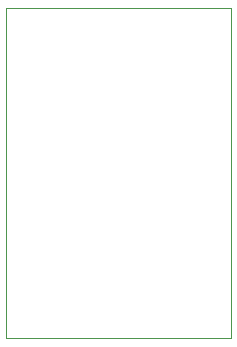
<source format=gbr>
%TF.GenerationSoftware,KiCad,Pcbnew,8.0.8*%
%TF.CreationDate,2025-01-25T22:43:36+07:00*%
%TF.ProjectId,Pton1,50746f6e-312e-46b6-9963-61645f706362,rev?*%
%TF.SameCoordinates,Original*%
%TF.FileFunction,Profile,NP*%
%FSLAX46Y46*%
G04 Gerber Fmt 4.6, Leading zero omitted, Abs format (unit mm)*
G04 Created by KiCad (PCBNEW 8.0.8) date 2025-01-25 22:43:36*
%MOMM*%
%LPD*%
G01*
G04 APERTURE LIST*
%TA.AperFunction,Profile*%
%ADD10C,0.050000*%
%TD*%
G04 APERTURE END LIST*
D10*
X87630000Y-41910000D02*
X106680000Y-41910000D01*
X106680000Y-69850000D01*
X87630000Y-69850000D01*
X87630000Y-41910000D01*
M02*

</source>
